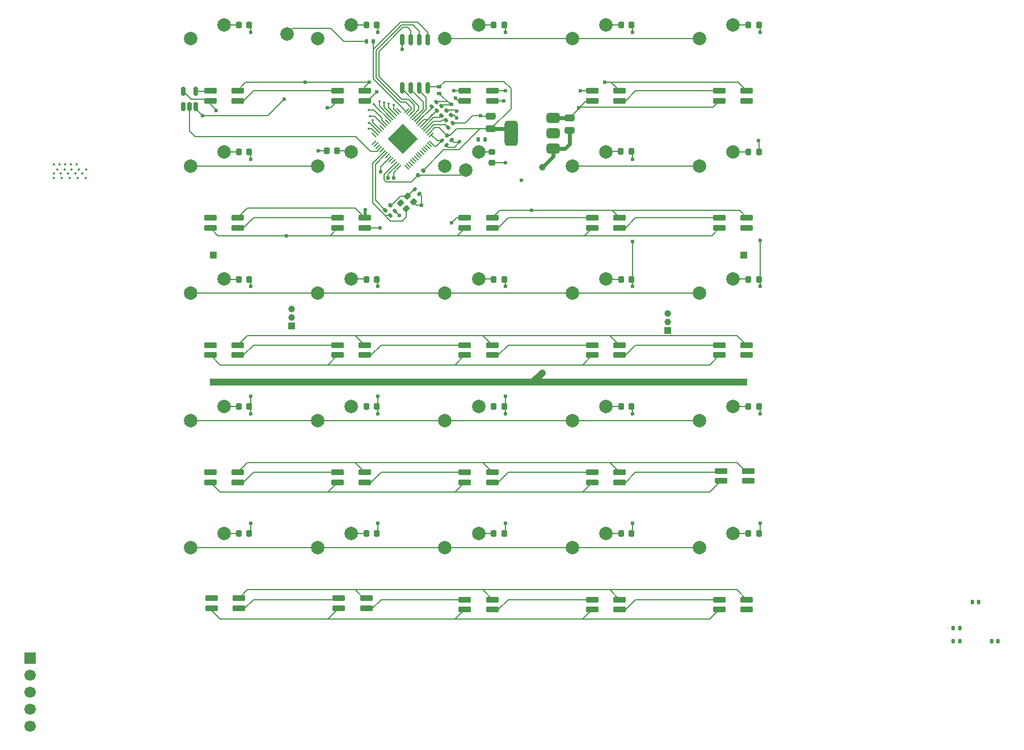
<source format=gbr>
%TF.GenerationSoftware,KiCad,Pcbnew,9.0.2*%
%TF.CreationDate,2026-01-24T20:07:03+01:00*%
%TF.ProjectId,Keymodule,4b65796d-6f64-4756-9c65-2e6b69636164,rev?*%
%TF.SameCoordinates,Original*%
%TF.FileFunction,Copper,L1,Top*%
%TF.FilePolarity,Positive*%
%FSLAX46Y46*%
G04 Gerber Fmt 4.6, Leading zero omitted, Abs format (unit mm)*
G04 Created by KiCad (PCBNEW 9.0.2) date 2026-01-24 20:07:03*
%MOMM*%
%LPD*%
G01*
G04 APERTURE LIST*
G04 Aperture macros list*
%AMRoundRect*
0 Rectangle with rounded corners*
0 $1 Rounding radius*
0 $2 $3 $4 $5 $6 $7 $8 $9 X,Y pos of 4 corners*
0 Add a 4 corners polygon primitive as box body*
4,1,4,$2,$3,$4,$5,$6,$7,$8,$9,$2,$3,0*
0 Add four circle primitives for the rounded corners*
1,1,$1+$1,$2,$3*
1,1,$1+$1,$4,$5*
1,1,$1+$1,$6,$7*
1,1,$1+$1,$8,$9*
0 Add four rect primitives between the rounded corners*
20,1,$1+$1,$2,$3,$4,$5,0*
20,1,$1+$1,$4,$5,$6,$7,0*
20,1,$1+$1,$6,$7,$8,$9,0*
20,1,$1+$1,$8,$9,$2,$3,0*%
%AMRotRect*
0 Rectangle, with rotation*
0 The origin of the aperture is its center*
0 $1 length*
0 $2 width*
0 $3 Rotation angle, in degrees counterclockwise*
0 Add horizontal line*
21,1,$1,$2,0,0,$3*%
G04 Aperture macros list end*
%TA.AperFunction,SMDPad,CuDef*%
%ADD10RoundRect,0.218750X-0.218750X-0.256250X0.218750X-0.256250X0.218750X0.256250X-0.218750X0.256250X0*%
%TD*%
%TA.AperFunction,SMDPad,CuDef*%
%ADD11RoundRect,0.123000X-0.777000X-0.287000X0.777000X-0.287000X0.777000X0.287000X-0.777000X0.287000X0*%
%TD*%
%TA.AperFunction,SMDPad,CuDef*%
%ADD12RoundRect,0.150000X0.150000X-0.512500X0.150000X0.512500X-0.150000X0.512500X-0.150000X-0.512500X0*%
%TD*%
%TA.AperFunction,SMDPad,CuDef*%
%ADD13RoundRect,0.140000X0.219203X0.021213X0.021213X0.219203X-0.219203X-0.021213X-0.021213X-0.219203X0*%
%TD*%
%TA.AperFunction,ComponentPad*%
%ADD14R,1.000000X1.000000*%
%TD*%
%TA.AperFunction,ComponentPad*%
%ADD15C,1.000000*%
%TD*%
%TA.AperFunction,SMDPad,CuDef*%
%ADD16RoundRect,0.050000X-0.309359X0.238649X0.238649X-0.309359X0.309359X-0.238649X-0.238649X0.309359X0*%
%TD*%
%TA.AperFunction,SMDPad,CuDef*%
%ADD17RoundRect,0.050000X-0.309359X-0.238649X-0.238649X-0.309359X0.309359X0.238649X0.238649X0.309359X0*%
%TD*%
%TA.AperFunction,HeatsinkPad*%
%ADD18RotRect,3.200000X3.200000X315.000000*%
%TD*%
%TA.AperFunction,SMDPad,CuDef*%
%ADD19RoundRect,0.140000X0.021213X-0.219203X0.219203X-0.021213X-0.021213X0.219203X-0.219203X0.021213X0*%
%TD*%
%TA.AperFunction,SMDPad,CuDef*%
%ADD20RoundRect,0.375000X0.625000X0.375000X-0.625000X0.375000X-0.625000X-0.375000X0.625000X-0.375000X0*%
%TD*%
%TA.AperFunction,SMDPad,CuDef*%
%ADD21RoundRect,0.500000X0.500000X1.400000X-0.500000X1.400000X-0.500000X-1.400000X0.500000X-1.400000X0*%
%TD*%
%TA.AperFunction,SMDPad,CuDef*%
%ADD22RoundRect,0.218750X-0.256250X0.218750X-0.256250X-0.218750X0.256250X-0.218750X0.256250X0.218750X0*%
%TD*%
%TA.AperFunction,SMDPad,CuDef*%
%ADD23RoundRect,0.140000X-0.021213X0.219203X-0.219203X0.021213X0.021213X-0.219203X0.219203X-0.021213X0*%
%TD*%
%TA.AperFunction,SMDPad,CuDef*%
%ADD24RoundRect,0.162500X-0.162500X0.650000X-0.162500X-0.650000X0.162500X-0.650000X0.162500X0.650000X0*%
%TD*%
%TA.AperFunction,SMDPad,CuDef*%
%ADD25RoundRect,0.135000X-0.135000X-0.185000X0.135000X-0.185000X0.135000X0.185000X-0.135000X0.185000X0*%
%TD*%
%TA.AperFunction,SMDPad,CuDef*%
%ADD26RoundRect,0.140000X-0.140000X-0.170000X0.140000X-0.170000X0.140000X0.170000X-0.140000X0.170000X0*%
%TD*%
%TA.AperFunction,SMDPad,CuDef*%
%ADD27C,2.000000*%
%TD*%
%TA.AperFunction,SMDPad,CuDef*%
%ADD28RoundRect,0.135000X0.035355X-0.226274X0.226274X-0.035355X-0.035355X0.226274X-0.226274X0.035355X0*%
%TD*%
%TA.AperFunction,SMDPad,CuDef*%
%ADD29RoundRect,0.140000X-0.219203X-0.021213X-0.021213X-0.219203X0.219203X0.021213X0.021213X0.219203X0*%
%TD*%
%TA.AperFunction,SMDPad,CuDef*%
%ADD30RoundRect,0.218750X0.218750X0.256250X-0.218750X0.256250X-0.218750X-0.256250X0.218750X-0.256250X0*%
%TD*%
%TA.AperFunction,ComponentPad*%
%ADD31R,1.700000X1.700000*%
%TD*%
%TA.AperFunction,ComponentPad*%
%ADD32C,1.700000*%
%TD*%
%TA.AperFunction,SMDPad,CuDef*%
%ADD33RoundRect,0.250000X0.475000X-0.250000X0.475000X0.250000X-0.475000X0.250000X-0.475000X-0.250000X0*%
%TD*%
%TA.AperFunction,SMDPad,CuDef*%
%ADD34RoundRect,0.200000X-0.035355X-0.318198X0.318198X0.035355X0.035355X0.318198X-0.318198X-0.035355X0*%
%TD*%
%TA.AperFunction,SMDPad,CuDef*%
%ADD35RoundRect,0.140000X0.170000X-0.140000X0.170000X0.140000X-0.170000X0.140000X-0.170000X-0.140000X0*%
%TD*%
%TA.AperFunction,SMDPad,CuDef*%
%ADD36RoundRect,0.250000X-0.475000X0.250000X-0.475000X-0.250000X0.475000X-0.250000X0.475000X0.250000X0*%
%TD*%
%TA.AperFunction,ComponentPad*%
%ADD37C,2.000000*%
%TD*%
%TA.AperFunction,ViaPad*%
%ADD38C,0.350000*%
%TD*%
%TA.AperFunction,ViaPad*%
%ADD39C,0.600000*%
%TD*%
%TA.AperFunction,ViaPad*%
%ADD40C,1.000000*%
%TD*%
%TA.AperFunction,Conductor*%
%ADD41C,0.200000*%
%TD*%
%TA.AperFunction,Conductor*%
%ADD42C,0.600000*%
%TD*%
%TA.AperFunction,Conductor*%
%ADD43C,1.000000*%
%TD*%
%TA.AperFunction,Conductor*%
%ADD44C,0.400000*%
%TD*%
G04 APERTURE END LIST*
D10*
%TO.P,D16,1,K*%
%TO.N,Net-(D16-K)*%
X102262500Y-113120000D03*
%TO.P,D16,2,A*%
%TO.N,row2*%
X103837500Y-113120000D03*
%TD*%
D11*
%TO.P,L3,1,VDD*%
%TO.N,GND*%
X102040000Y-65950000D03*
%TO.P,L3,2,DOUT*%
%TO.N,Net-(L3-DOUT)*%
X102040000Y-67450000D03*
%TO.P,L3,3,VSS*%
%TO.N,+5V*%
X97960000Y-67450000D03*
%TO.P,L3,4,DIN*%
%TO.N,Net-(L2-DOUT)*%
X97960000Y-65950000D03*
%TD*%
D10*
%TO.P,D17,1,K*%
%TO.N,Net-(D17-K)*%
X102262500Y-132120000D03*
%TO.P,D17,2,A*%
%TO.N,row2*%
X103837500Y-132120000D03*
%TD*%
D12*
%TO.P,U2,1,NC*%
%TO.N,unconnected-(U2-NC-Pad1)*%
X55900000Y-68300000D03*
%TO.P,U2,2,A*%
%TO.N,/ledDataOut*%
X56850000Y-68300000D03*
%TO.P,U2,3,GND*%
%TO.N,GND*%
X57800000Y-68300000D03*
%TO.P,U2,4,Y*%
%TO.N,WS2812bData*%
X57800000Y-66025000D03*
%TO.P,U2,5,VCC*%
%TO.N,+5V*%
X55900000Y-66025000D03*
%TD*%
D13*
%TO.P,C13,1*%
%TO.N,GND*%
X91165757Y-81393827D03*
%TO.P,C13,2*%
%TO.N,Net-(Y1-OUT)*%
X90486935Y-80715005D03*
%TD*%
D10*
%TO.P,D21,1,K*%
%TO.N,Net-(D21-K)*%
X83262500Y-113120000D03*
%TO.P,D21,2,A*%
%TO.N,row3*%
X84837500Y-113120000D03*
%TD*%
D11*
%TO.P,L11,1,VDD*%
%TO.N,GND*%
X64040000Y-103950000D03*
%TO.P,L11,2,DOUT*%
%TO.N,Net-(L11-DOUT)*%
X64040000Y-105450000D03*
%TO.P,L11,3,VSS*%
%TO.N,+5V*%
X59960000Y-105450000D03*
%TO.P,L11,4,DIN*%
%TO.N,Net-(L10-DOUT)*%
X59960000Y-103950000D03*
%TD*%
D14*
%TO.P,J3,1,Pin_1*%
%TO.N,potSig*%
X72100000Y-101100000D03*
D15*
%TO.P,J3,2,Pin_2*%
%TO.N,SDA*%
X72100000Y-99830000D03*
%TO.P,J3,3,Pin_3*%
%TO.N,SCL*%
X72100000Y-98560000D03*
%TD*%
D14*
%TO.P,J5,1,Pin_1*%
%TO.N,GND*%
X139600000Y-109500000D03*
%TD*%
D16*
%TO.P,U1,1,IOVDD*%
%TO.N,Net-(U1-ADC_AVDD)*%
X88087169Y-68885787D03*
%TO.P,U1,2,GPIO0*%
%TO.N,col0*%
X87804326Y-69168630D03*
%TO.P,U1,3,GPIO1*%
%TO.N,col1*%
X87521484Y-69451472D03*
%TO.P,U1,4,GPIO2*%
%TO.N,col2*%
X87238641Y-69734315D03*
%TO.P,U1,5,GPIO3*%
%TO.N,col3*%
X86955798Y-70017158D03*
%TO.P,U1,6,GPIO4*%
%TO.N,col4*%
X86672956Y-70300000D03*
%TO.P,U1,7,GPIO5*%
%TO.N,unconnected-(U1-GPIO5-Pad7)*%
X86390113Y-70582843D03*
%TO.P,U1,8,GPIO6*%
%TO.N,row4*%
X86107270Y-70865686D03*
%TO.P,U1,9,GPIO7*%
%TO.N,row3*%
X85824427Y-71148529D03*
%TO.P,U1,10,IOVDD*%
%TO.N,Net-(U1-ADC_AVDD)*%
X85541585Y-71431371D03*
%TO.P,U1,11,GPIO8*%
%TO.N,row2*%
X85258742Y-71714214D03*
%TO.P,U1,12,GPIO9*%
%TO.N,row1*%
X84975899Y-71997057D03*
%TO.P,U1,13,GPIO10*%
%TO.N,row0*%
X84693057Y-72279899D03*
%TO.P,U1,14,GPIO11*%
%TO.N,unconnected-(U1-GPIO11-Pad14)*%
X84410214Y-72562742D03*
D17*
%TO.P,U1,15,GPIO12*%
%TO.N,unconnected-(U1-GPIO12-Pad15)*%
X84410214Y-73747146D03*
%TO.P,U1,16,GPIO13*%
%TO.N,unconnected-(U1-GPIO13-Pad16)*%
X84693057Y-74029989D03*
%TO.P,U1,17,GPIO14*%
%TO.N,unconnected-(U1-GPIO14-Pad17)*%
X84975899Y-74312831D03*
%TO.P,U1,18,GPIO15*%
%TO.N,/ledDataOut*%
X85258742Y-74595674D03*
%TO.P,U1,19,TESTEN*%
%TO.N,GND*%
X85541585Y-74878517D03*
%TO.P,U1,20,XIN*%
%TO.N,Xin*%
X85824427Y-75161359D03*
%TO.P,U1,21,XOUT*%
%TO.N,Xout*%
X86107270Y-75444202D03*
%TO.P,U1,22,IOVDD*%
%TO.N,Net-(U1-ADC_AVDD)*%
X86390113Y-75727045D03*
%TO.P,U1,23,DVDD*%
%TO.N,+1V1*%
X86672956Y-76009888D03*
%TO.P,U1,24,SWCLK*%
%TO.N,unconnected-(U1-SWCLK-Pad24)*%
X86955798Y-76292730D03*
%TO.P,U1,25,SWD*%
%TO.N,unconnected-(U1-SWD-Pad25)*%
X87238641Y-76575573D03*
%TO.P,U1,26,RUN*%
%TO.N,/run*%
X87521484Y-76858416D03*
%TO.P,U1,27,GPIO16*%
%TO.N,SDA*%
X87804326Y-77141258D03*
%TO.P,U1,28,GPIO17*%
%TO.N,SCL*%
X88087169Y-77424101D03*
D16*
%TO.P,U1,29,GPIO18*%
%TO.N,unconnected-(U1-GPIO18-Pad29)*%
X89271573Y-77424101D03*
%TO.P,U1,30,GPIO19*%
%TO.N,unconnected-(U1-GPIO19-Pad30)*%
X89554416Y-77141258D03*
%TO.P,U1,31,GPIO20*%
%TO.N,unconnected-(U1-GPIO20-Pad31)*%
X89837258Y-76858416D03*
%TO.P,U1,32,GPIO21*%
%TO.N,unconnected-(U1-GPIO21-Pad32)*%
X90120101Y-76575573D03*
%TO.P,U1,33,IOVDD*%
%TO.N,Net-(U1-ADC_AVDD)*%
X90402944Y-76292730D03*
%TO.P,U1,34,GPIO22*%
%TO.N,unconnected-(U1-GPIO22-Pad34)*%
X90685786Y-76009888D03*
%TO.P,U1,35,GPIO23*%
%TO.N,unconnected-(U1-GPIO23-Pad35)*%
X90968629Y-75727045D03*
%TO.P,U1,36,GPIO24*%
%TO.N,unconnected-(U1-GPIO24-Pad36)*%
X91251472Y-75444202D03*
%TO.P,U1,37,GPIO25*%
%TO.N,unconnected-(U1-GPIO25-Pad37)*%
X91534315Y-75161359D03*
%TO.P,U1,38,GPIO26_ADC0*%
%TO.N,potSig*%
X91817157Y-74878517D03*
%TO.P,U1,39,GPIO27_ADC1*%
%TO.N,unconnected-(U1-GPIO27_ADC1-Pad39)*%
X92100000Y-74595674D03*
%TO.P,U1,40,GPIO28_ADC2*%
%TO.N,unconnected-(U1-GPIO28_ADC2-Pad40)*%
X92382843Y-74312831D03*
%TO.P,U1,41,GPIO29_ADC3*%
%TO.N,unconnected-(U1-GPIO29_ADC3-Pad41)*%
X92665685Y-74029989D03*
%TO.P,U1,42,IOVDD*%
%TO.N,Net-(U1-ADC_AVDD)*%
X92948528Y-73747146D03*
D17*
%TO.P,U1,43,ADC_AVDD*%
X92948528Y-72562742D03*
%TO.P,U1,44,VREG_IN*%
%TO.N,+3.3V*%
X92665685Y-72279899D03*
%TO.P,U1,45,VREG_VOUT*%
%TO.N,+1V1*%
X92382843Y-71997057D03*
%TO.P,U1,46,USB_DM*%
%TO.N,USB_D-*%
X92100000Y-71714214D03*
%TO.P,U1,47,USB_DP*%
%TO.N,USB_D+*%
X91817157Y-71431371D03*
%TO.P,U1,48,USB_VDD*%
%TO.N,Net-(U1-ADC_AVDD)*%
X91534315Y-71148529D03*
%TO.P,U1,49,IOVDD*%
X91251472Y-70865686D03*
%TO.P,U1,50,DVDD*%
%TO.N,+1V1*%
X90968629Y-70582843D03*
%TO.P,U1,51,QSPI_SD3*%
%TO.N,Net-(U1-QSPI_SD3)*%
X90685786Y-70300000D03*
%TO.P,U1,52,QSPI_SCLK*%
%TO.N,Net-(U1-QSPI_SCLK)*%
X90402944Y-70017158D03*
%TO.P,U1,53,QSPI_SD0*%
%TO.N,Net-(U1-QSPI_SD0)*%
X90120101Y-69734315D03*
%TO.P,U1,54,QSPI_SD2*%
%TO.N,Net-(U1-QSPI_SD2)*%
X89837258Y-69451472D03*
%TO.P,U1,55,QSPI_SD1*%
%TO.N,Net-(U1-QSPI_SD1)*%
X89554416Y-69168630D03*
%TO.P,U1,56,QSPI_SS*%
%TO.N,Net-(U1-QSPI_SS)*%
X89271573Y-68885787D03*
D18*
%TO.P,U1,57,GND*%
%TO.N,GND*%
X88679371Y-73154944D03*
%TD*%
D10*
%TO.P,D26,1,K*%
%TO.N,Net-(D26-K)*%
X64212500Y-113120000D03*
%TO.P,D26,2,A*%
%TO.N,row4*%
X65787500Y-113120000D03*
%TD*%
D19*
%TO.P,C11,1*%
%TO.N,+1V1*%
X93000549Y-68302396D03*
%TO.P,C11,2*%
%TO.N,GND*%
X93679371Y-67623574D03*
%TD*%
D11*
%TO.P,L19,1,VDD*%
%TO.N,GND*%
X121040000Y-122950000D03*
%TO.P,L19,2,DOUT*%
%TO.N,Net-(L19-DOUT)*%
X121040000Y-124450000D03*
%TO.P,L19,3,VSS*%
%TO.N,+5V*%
X116960000Y-124450000D03*
%TO.P,L19,4,DIN*%
%TO.N,Net-(L18-DOUT)*%
X116960000Y-122950000D03*
%TD*%
D10*
%TO.P,D13,1,K*%
%TO.N,Net-(D13-K)*%
X102262500Y-56120000D03*
%TO.P,D13,2,A*%
%TO.N,row2*%
X103837500Y-56120000D03*
%TD*%
%TO.P,D5,1,K*%
%TO.N,Net-(D5-K)*%
X140262500Y-94120000D03*
%TO.P,D5,2,A*%
%TO.N,row0*%
X141837500Y-94120000D03*
%TD*%
%TO.P,D7,1,K*%
%TO.N,Net-(D7-K)*%
X140262500Y-132120000D03*
%TO.P,D7,2,A*%
%TO.N,row0*%
X141837500Y-132120000D03*
%TD*%
D20*
%TO.P,U3,1,GND*%
%TO.N,GND*%
X111150000Y-74600000D03*
%TO.P,U3,2,VO*%
%TO.N,+3.3V*%
X111150000Y-72300000D03*
D21*
X104850000Y-72300000D03*
D20*
%TO.P,U3,3,VI*%
%TO.N,+5V*%
X111150000Y-70000000D03*
%TD*%
D11*
%TO.P,L7,1,VDD*%
%TO.N,GND*%
X83040000Y-84950000D03*
%TO.P,L7,2,DOUT*%
%TO.N,Net-(L7-DOUT)*%
X83040000Y-86450000D03*
%TO.P,L7,3,VSS*%
%TO.N,+5V*%
X78960000Y-86450000D03*
%TO.P,L7,4,DIN*%
%TO.N,Net-(L6-DOUT)*%
X78960000Y-84950000D03*
%TD*%
%TO.P,L24,1,VDD*%
%TO.N,GND*%
X121040000Y-141950000D03*
%TO.P,L24,2,DOUT*%
%TO.N,Net-(L24-DOUT)*%
X121040000Y-143450000D03*
%TO.P,L24,3,VSS*%
%TO.N,+5V*%
X116960000Y-143450000D03*
%TO.P,L24,4,DIN*%
%TO.N,Net-(L23-DOUT)*%
X116960000Y-141950000D03*
%TD*%
D10*
%TO.P,D20,1,K*%
%TO.N,Net-(D20-K)*%
X83262500Y-94120000D03*
%TO.P,D20,2,A*%
%TO.N,row3*%
X84837500Y-94120000D03*
%TD*%
D11*
%TO.P,L14,1,VDD*%
%TO.N,GND*%
X121040000Y-103950000D03*
%TO.P,L14,2,DOUT*%
%TO.N,Net-(L14-DOUT)*%
X121040000Y-105450000D03*
%TO.P,L14,3,VSS*%
%TO.N,+5V*%
X116960000Y-105450000D03*
%TO.P,L14,4,DIN*%
%TO.N,Net-(L13-DOUT)*%
X116960000Y-103950000D03*
%TD*%
%TO.P,L20,1,VDD*%
%TO.N,GND*%
X140240000Y-122750000D03*
%TO.P,L20,2,DOUT*%
%TO.N,Net-(L20-DOUT)*%
X140240000Y-124250000D03*
%TO.P,L20,3,VSS*%
%TO.N,+5V*%
X136160000Y-124250000D03*
%TO.P,L20,4,DIN*%
%TO.N,Net-(L19-DOUT)*%
X136160000Y-122750000D03*
%TD*%
D22*
%TO.P,D14,1,K*%
%TO.N,Net-(D14-K)*%
X102000000Y-75125000D03*
%TO.P,D14,2,A*%
%TO.N,row2*%
X102000000Y-76700000D03*
%TD*%
D10*
%TO.P,D3,1,K*%
%TO.N,Net-(D3-K)*%
X140262500Y-56120000D03*
%TO.P,D3,2,A*%
%TO.N,row0*%
X141837500Y-56120000D03*
%TD*%
D11*
%TO.P,L13,1,VDD*%
%TO.N,GND*%
X102040000Y-103950000D03*
%TO.P,L13,2,DOUT*%
%TO.N,Net-(L13-DOUT)*%
X102040000Y-105450000D03*
%TO.P,L13,3,VSS*%
%TO.N,+5V*%
X97960000Y-105450000D03*
%TO.P,L13,4,DIN*%
%TO.N,Net-(L12-DOUT)*%
X97960000Y-103950000D03*
%TD*%
%TO.P,L15,1,VDD*%
%TO.N,GND*%
X140040000Y-103950000D03*
%TO.P,L15,2,DOUT*%
%TO.N,Net-(L15-DOUT)*%
X140040000Y-105450000D03*
%TO.P,L15,3,VSS*%
%TO.N,+5V*%
X135960000Y-105450000D03*
%TO.P,L15,4,DIN*%
%TO.N,Net-(L14-DOUT)*%
X135960000Y-103950000D03*
%TD*%
%TO.P,L4,1,VDD*%
%TO.N,GND*%
X121040000Y-65950000D03*
%TO.P,L4,2,DOUT*%
%TO.N,Net-(L4-DOUT)*%
X121040000Y-67450000D03*
%TO.P,L4,3,VSS*%
%TO.N,+5V*%
X116960000Y-67450000D03*
%TO.P,L4,4,DIN*%
%TO.N,Net-(L3-DOUT)*%
X116960000Y-65950000D03*
%TD*%
D23*
%TO.P,C12,1*%
%TO.N,GND*%
X96179371Y-70823574D03*
%TO.P,C12,2*%
%TO.N,+1V1*%
X95500549Y-71502396D03*
%TD*%
D11*
%TO.P,L18,1,VDD*%
%TO.N,GND*%
X102040000Y-122950000D03*
%TO.P,L18,2,DOUT*%
%TO.N,Net-(L18-DOUT)*%
X102040000Y-124450000D03*
%TO.P,L18,3,VSS*%
%TO.N,+5V*%
X97960000Y-124450000D03*
%TO.P,L18,4,DIN*%
%TO.N,Net-(L17-DOUT)*%
X97960000Y-122950000D03*
%TD*%
D10*
%TO.P,D15,1,K*%
%TO.N,Net-(D15-K)*%
X102262500Y-94120000D03*
%TO.P,D15,2,A*%
%TO.N,row2*%
X103837500Y-94120000D03*
%TD*%
D14*
%TO.P,J4,1,Pin_1*%
%TO.N,+5V*%
X139600000Y-90500000D03*
%TD*%
D11*
%TO.P,L8,1,VDD*%
%TO.N,GND*%
X102040000Y-84950000D03*
%TO.P,L8,2,DOUT*%
%TO.N,Net-(L8-DOUT)*%
X102040000Y-86450000D03*
%TO.P,L8,3,VSS*%
%TO.N,+5V*%
X97960000Y-86450000D03*
%TO.P,L8,4,DIN*%
%TO.N,Net-(L7-DOUT)*%
X97960000Y-84950000D03*
%TD*%
D14*
%TO.P,J1,1,Pin_1*%
%TO.N,+5V*%
X60400000Y-90500000D03*
%TD*%
D11*
%TO.P,L17,1,VDD*%
%TO.N,GND*%
X83040000Y-122950000D03*
%TO.P,L17,2,DOUT*%
%TO.N,Net-(L17-DOUT)*%
X83040000Y-124450000D03*
%TO.P,L17,3,VSS*%
%TO.N,+5V*%
X78960000Y-124450000D03*
%TO.P,L17,4,DIN*%
%TO.N,Net-(L16-DOUT)*%
X78960000Y-122950000D03*
%TD*%
D24*
%TO.P,U4,1,~{CS}*%
%TO.N,Net-(U1-QSPI_SS)*%
X92410304Y-58338224D03*
%TO.P,U4,2,DO/IO_{1}*%
%TO.N,Net-(U1-QSPI_SD1)*%
X91140304Y-58338224D03*
%TO.P,U4,3,~{WP}/IO_{2}*%
%TO.N,Net-(U1-QSPI_SD2)*%
X89870304Y-58338224D03*
%TO.P,U4,4,GND*%
%TO.N,GND*%
X88600304Y-58338224D03*
%TO.P,U4,5,DI/IO_{0}*%
%TO.N,Net-(U1-QSPI_SD0)*%
X88600304Y-65513224D03*
%TO.P,U4,6,CLK*%
%TO.N,Net-(U1-QSPI_SCLK)*%
X89870304Y-65513224D03*
%TO.P,U4,7,~{HOLD}/~{RESET}/IO_{3}*%
%TO.N,Net-(U1-QSPI_SD3)*%
X91140304Y-65513224D03*
%TO.P,U4,8,VCC*%
%TO.N,+3.3V*%
X92410304Y-65513224D03*
%TD*%
D25*
%TO.P,R3,1*%
%TO.N,Net-(U1-QSPI_SS)*%
X99980000Y-73200000D03*
%TO.P,R3,2*%
%TO.N,+3.3V*%
X101000000Y-73200000D03*
%TD*%
D11*
%TO.P,L22,1,VDD*%
%TO.N,GND*%
X83240000Y-141750000D03*
%TO.P,L22,2,DOUT*%
%TO.N,Net-(L22-DOUT)*%
X83240000Y-143250000D03*
%TO.P,L22,3,VSS*%
%TO.N,+5V*%
X79160000Y-143250000D03*
%TO.P,L22,4,DIN*%
%TO.N,Net-(L21-DOUT)*%
X79160000Y-141750000D03*
%TD*%
D10*
%TO.P,D22,1,K*%
%TO.N,Net-(D22-K)*%
X83262500Y-132120000D03*
%TO.P,D22,2,A*%
%TO.N,row3*%
X84837500Y-132120000D03*
%TD*%
D26*
%TO.P,C8,1*%
%TO.N,Net-(U1-ADC_AVDD)*%
X173710000Y-142290000D03*
%TO.P,C8,2*%
%TO.N,GND*%
X174670000Y-142290000D03*
%TD*%
D27*
%TO.P,TP2,1,1*%
%TO.N,Net-(R2-Pad1)*%
X71400000Y-57500000D03*
%TD*%
D10*
%TO.P,D10,1,K*%
%TO.N,Net-(D10-K)*%
X121262500Y-94120000D03*
%TO.P,D10,2,A*%
%TO.N,row1*%
X122837500Y-94120000D03*
%TD*%
D28*
%TO.P,R6,1*%
%TO.N,USB_D+*%
X94458123Y-69644821D03*
%TO.P,R6,2*%
%TO.N,Net-(J11-Pin_3)*%
X95179371Y-68923573D03*
%TD*%
D10*
%TO.P,D25,1,K*%
%TO.N,Net-(D25-K)*%
X64212500Y-94120000D03*
%TO.P,D25,2,A*%
%TO.N,row4*%
X65787500Y-94120000D03*
%TD*%
D26*
%TO.P,C15,1*%
%TO.N,+5V*%
X176580000Y-148200000D03*
%TO.P,C15,2*%
%TO.N,GND*%
X177540000Y-148200000D03*
%TD*%
D10*
%TO.P,D23,1,K*%
%TO.N,Net-(D23-K)*%
X64212500Y-56120000D03*
%TO.P,D23,2,A*%
%TO.N,row4*%
X65787500Y-56120000D03*
%TD*%
D11*
%TO.P,L10,1,VDD*%
%TO.N,GND*%
X140040000Y-84950000D03*
%TO.P,L10,2,DOUT*%
%TO.N,Net-(L10-DOUT)*%
X140040000Y-86450000D03*
%TO.P,L10,3,VSS*%
%TO.N,+5V*%
X135960000Y-86450000D03*
%TO.P,L10,4,DIN*%
%TO.N,Net-(L10-DIN)*%
X135960000Y-84950000D03*
%TD*%
%TO.P,L21,1,VDD*%
%TO.N,GND*%
X64240000Y-141750000D03*
%TO.P,L21,2,DOUT*%
%TO.N,Net-(L21-DOUT)*%
X64240000Y-143250000D03*
%TO.P,L21,3,VSS*%
%TO.N,+5V*%
X60160000Y-143250000D03*
%TO.P,L21,4,DIN*%
%TO.N,Net-(L20-DOUT)*%
X60160000Y-141750000D03*
%TD*%
D10*
%TO.P,D50,1,K*%
%TO.N,Net-(D50-K)*%
X64212500Y-132120000D03*
%TO.P,D50,2,A*%
%TO.N,row4*%
X65787500Y-132120000D03*
%TD*%
%TO.P,D18,1,K*%
%TO.N,Net-(D18-K)*%
X83262500Y-56120000D03*
%TO.P,D18,2,A*%
%TO.N,row3*%
X84837500Y-56120000D03*
%TD*%
D29*
%TO.P,C4,1*%
%TO.N,Net-(U1-ADC_AVDD)*%
X94500549Y-73444752D03*
%TO.P,C4,2*%
%TO.N,GND*%
X95179371Y-74123574D03*
%TD*%
D10*
%TO.P,D11,1,K*%
%TO.N,Net-(D11-K)*%
X121262500Y-113120000D03*
%TO.P,D11,2,A*%
%TO.N,row1*%
X122837500Y-113120000D03*
%TD*%
%TO.P,D4,1,K*%
%TO.N,Net-(D4-K)*%
X140262500Y-75120000D03*
%TO.P,D4,2,A*%
%TO.N,row0*%
X141837500Y-75120000D03*
%TD*%
D11*
%TO.P,L23,1,VDD*%
%TO.N,GND*%
X102040000Y-141950000D03*
%TO.P,L23,2,DOUT*%
%TO.N,Net-(L23-DOUT)*%
X102040000Y-143450000D03*
%TO.P,L23,3,VSS*%
%TO.N,+5V*%
X97960000Y-143450000D03*
%TO.P,L23,4,DIN*%
%TO.N,Net-(L22-DOUT)*%
X97960000Y-141950000D03*
%TD*%
D29*
%TO.P,C9,1*%
%TO.N,+3.3V*%
X95300549Y-72644751D03*
%TO.P,C9,2*%
%TO.N,GND*%
X95979371Y-73323573D03*
%TD*%
D30*
%TO.P,D19,1,K*%
%TO.N,Net-(D19-K)*%
X78900000Y-74900000D03*
%TO.P,D19,2,A*%
%TO.N,row3*%
X77325000Y-74900000D03*
%TD*%
D19*
%TO.P,C5,1*%
%TO.N,Net-(U1-ADC_AVDD)*%
X93800549Y-68902396D03*
%TO.P,C5,2*%
%TO.N,GND*%
X94479371Y-68223574D03*
%TD*%
D25*
%TO.P,R2,1*%
%TO.N,Net-(R2-Pad1)*%
X83290000Y-58600000D03*
%TO.P,R2,2*%
%TO.N,Net-(U1-QSPI_SS)*%
X84310000Y-58600000D03*
%TD*%
D11*
%TO.P,L9,1,VDD*%
%TO.N,GND*%
X121040000Y-84950000D03*
%TO.P,L9,2,DOUT*%
%TO.N,Net-(L10-DIN)*%
X121040000Y-86450000D03*
%TO.P,L9,3,VSS*%
%TO.N,+5V*%
X116960000Y-86450000D03*
%TO.P,L9,4,DIN*%
%TO.N,Net-(L8-DOUT)*%
X116960000Y-84950000D03*
%TD*%
D31*
%TO.P,J11,1,Pin_1*%
%TO.N,GND*%
X33070000Y-150750000D03*
D32*
%TO.P,J11,2,Pin_2*%
%TO.N,unconnected-(J11-Pin_2-Pad2)*%
X33070000Y-153290000D03*
%TO.P,J11,3,Pin_3*%
%TO.N,Net-(J11-Pin_3)*%
X33070000Y-155830000D03*
%TO.P,J11,4,Pin_4*%
%TO.N,Net-(J11-Pin_4)*%
X33070000Y-158370000D03*
%TO.P,J11,5,Pin_5*%
%TO.N,+5V*%
X33070000Y-160910000D03*
%TD*%
D33*
%TO.P,C1,1*%
%TO.N,GND*%
X113600000Y-71900000D03*
%TO.P,C1,2*%
%TO.N,+5V*%
X113600000Y-70000000D03*
%TD*%
D28*
%TO.P,R4,1*%
%TO.N,/run*%
X91000000Y-78600000D03*
%TO.P,R4,2*%
%TO.N,+3.3V*%
X91721248Y-77878752D03*
%TD*%
D34*
%TO.P,Y1,1,~{ST}*%
%TO.N,Xin*%
X89200000Y-83600000D03*
%TO.P,Y1,2,GND*%
%TO.N,GND*%
X90260660Y-82539340D03*
%TO.P,Y1,3,OUT*%
%TO.N,Net-(Y1-OUT)*%
X89412132Y-81690812D03*
%TO.P,Y1,4,Vdd*%
%TO.N,unconnected-(Y1-Vdd-Pad4)*%
X88351472Y-82751472D03*
%TD*%
D23*
%TO.P,C14,1*%
%TO.N,GND*%
X87545370Y-83911128D03*
%TO.P,C14,2*%
%TO.N,Xin*%
X86866548Y-84589950D03*
%TD*%
D10*
%TO.P,D6,1,K*%
%TO.N,Net-(D6-K)*%
X140262500Y-113120000D03*
%TO.P,D6,2,A*%
%TO.N,row0*%
X141837500Y-113120000D03*
%TD*%
D11*
%TO.P,L6,1,VDD*%
%TO.N,GND*%
X64040000Y-84950000D03*
%TO.P,L6,2,DOUT*%
%TO.N,Net-(L6-DOUT)*%
X64040000Y-86450000D03*
%TO.P,L6,3,VSS*%
%TO.N,+5V*%
X59960000Y-86450000D03*
%TO.P,L6,4,DIN*%
%TO.N,Net-(L5-DOUT)*%
X59960000Y-84950000D03*
%TD*%
D28*
%TO.P,R5,1*%
%TO.N,Xout*%
X86088731Y-83812132D03*
%TO.P,R5,2*%
%TO.N,Net-(Y1-OUT)*%
X86809979Y-83090884D03*
%TD*%
D11*
%TO.P,L5,1,VDD*%
%TO.N,GND*%
X140040000Y-65950000D03*
%TO.P,L5,2,DOUT*%
%TO.N,Net-(L5-DOUT)*%
X140040000Y-67450000D03*
%TO.P,L5,3,VSS*%
%TO.N,+5V*%
X135960000Y-67450000D03*
%TO.P,L5,4,DIN*%
%TO.N,Net-(L4-DOUT)*%
X135960000Y-65950000D03*
%TD*%
D35*
%TO.P,C10,1*%
%TO.N,GND*%
X94150000Y-66350000D03*
%TO.P,C10,2*%
%TO.N,+3.3V*%
X94150000Y-65390000D03*
%TD*%
D26*
%TO.P,C6,1*%
%TO.N,Net-(U1-ADC_AVDD)*%
X170840000Y-146230000D03*
%TO.P,C6,2*%
%TO.N,GND*%
X171800000Y-146230000D03*
%TD*%
D36*
%TO.P,C2,1*%
%TO.N,GND*%
X101850000Y-69750000D03*
%TO.P,C2,2*%
%TO.N,+3.3V*%
X101850000Y-71650000D03*
%TD*%
D11*
%TO.P,L2,1,VDD*%
%TO.N,GND*%
X83040000Y-65950000D03*
%TO.P,L2,2,DOUT*%
%TO.N,Net-(L2-DOUT)*%
X83040000Y-67450000D03*
%TO.P,L2,3,VSS*%
%TO.N,+5V*%
X78960000Y-67450000D03*
%TO.P,L2,4,DIN*%
%TO.N,Net-(L1-DOUT)*%
X78960000Y-65950000D03*
%TD*%
D10*
%TO.P,D12,1,K*%
%TO.N,Net-(D12-K)*%
X121262500Y-132120000D03*
%TO.P,D12,2,A*%
%TO.N,row1*%
X122837500Y-132120000D03*
%TD*%
%TO.P,D9,1,K*%
%TO.N,Net-(D9-K)*%
X121200000Y-75000000D03*
%TO.P,D9,2,A*%
%TO.N,row1*%
X122775000Y-75000000D03*
%TD*%
%TO.P,D8,1,K*%
%TO.N,Net-(D8-K)*%
X121262500Y-56120000D03*
%TO.P,D8,2,A*%
%TO.N,row1*%
X122837500Y-56120000D03*
%TD*%
D28*
%TO.P,R7,1*%
%TO.N,USB_D-*%
X95158123Y-70323574D03*
%TO.P,R7,2*%
%TO.N,Net-(J11-Pin_4)*%
X95879371Y-69602326D03*
%TD*%
D11*
%TO.P,L12,1,VDD*%
%TO.N,GND*%
X83040000Y-103950000D03*
%TO.P,L12,2,DOUT*%
%TO.N,Net-(L12-DOUT)*%
X83040000Y-105450000D03*
%TO.P,L12,3,VSS*%
%TO.N,+5V*%
X78960000Y-105450000D03*
%TO.P,L12,4,DIN*%
%TO.N,Net-(L11-DOUT)*%
X78960000Y-103950000D03*
%TD*%
D10*
%TO.P,D24,1,K*%
%TO.N,Net-(D24-K)*%
X64212500Y-75120000D03*
%TO.P,D24,2,A*%
%TO.N,row4*%
X65787500Y-75120000D03*
%TD*%
D26*
%TO.P,C7,1*%
%TO.N,Net-(U1-ADC_AVDD)*%
X170840000Y-148200000D03*
%TO.P,C7,2*%
%TO.N,GND*%
X171800000Y-148200000D03*
%TD*%
D11*
%TO.P,L1,1,VDD*%
%TO.N,GND*%
X64040000Y-65950000D03*
%TO.P,L1,2,DOUT*%
%TO.N,Net-(L1-DOUT)*%
X64040000Y-67450000D03*
%TO.P,L1,3,VSS*%
%TO.N,+5V*%
X59960000Y-67450000D03*
%TO.P,L1,4,DIN*%
%TO.N,WS2812bData*%
X59960000Y-65950000D03*
%TD*%
%TO.P,L16,1,VDD*%
%TO.N,GND*%
X64040000Y-122950000D03*
%TO.P,L16,2,DOUT*%
%TO.N,Net-(L16-DOUT)*%
X64040000Y-124450000D03*
%TO.P,L16,3,VSS*%
%TO.N,+5V*%
X59960000Y-124450000D03*
%TO.P,L16,4,DIN*%
%TO.N,Net-(L15-DOUT)*%
X59960000Y-122950000D03*
%TD*%
D27*
%TO.P,TP1,1,1*%
%TO.N,/run*%
X98100000Y-77800000D03*
%TD*%
D11*
%TO.P,L25,1,VDD*%
%TO.N,GND*%
X140040000Y-141950000D03*
%TO.P,L25,2,DOUT*%
%TO.N,unconnected-(L25-DOUT-Pad2)*%
X140040000Y-143450000D03*
%TO.P,L25,3,VSS*%
%TO.N,+5V*%
X135960000Y-143450000D03*
%TO.P,L25,4,DIN*%
%TO.N,Net-(L24-DOUT)*%
X135960000Y-141950000D03*
%TD*%
D14*
%TO.P,J2,1,Pin_1*%
%TO.N,GND*%
X60400000Y-109500000D03*
%TD*%
D37*
%TO.P,M_SW18,1*%
%TO.N,Net-(D20-K)*%
X81000000Y-94100000D03*
%TO.P,M_SW18,2*%
%TO.N,col2*%
X76000000Y-96200000D03*
%TD*%
%TO.P,M_SW2,1*%
%TO.N,Net-(D4-K)*%
X138000000Y-75100000D03*
%TO.P,M_SW2,2*%
%TO.N,col1*%
X133000000Y-77200000D03*
%TD*%
%TO.P,M_SW21,1*%
%TO.N,Net-(D23-K)*%
X62000000Y-56100000D03*
%TO.P,M_SW21,2*%
%TO.N,col0*%
X57000000Y-58200000D03*
%TD*%
%TO.P,M_SW20,1*%
%TO.N,Net-(D22-K)*%
X81000000Y-132100000D03*
%TO.P,M_SW20,2*%
%TO.N,col4*%
X76000000Y-134200000D03*
%TD*%
%TO.P,M_SW9,1*%
%TO.N,Net-(D11-K)*%
X119000000Y-113100000D03*
%TO.P,M_SW9,2*%
%TO.N,col3*%
X114000000Y-115200000D03*
%TD*%
%TO.P,M_SW6,1*%
%TO.N,Net-(D8-K)*%
X119000000Y-56100000D03*
%TO.P,M_SW6,2*%
%TO.N,col0*%
X114000000Y-58200000D03*
%TD*%
%TO.P,M_SW5,1*%
%TO.N,Net-(D7-K)*%
X138000000Y-132100000D03*
%TO.P,M_SW5,2*%
%TO.N,col4*%
X133000000Y-134200000D03*
%TD*%
%TO.P,M_SW19,1*%
%TO.N,Net-(D21-K)*%
X81000000Y-113100000D03*
%TO.P,M_SW19,2*%
%TO.N,col3*%
X76000000Y-115200000D03*
%TD*%
%TO.P,M_SW8,1*%
%TO.N,Net-(D10-K)*%
X119000000Y-94100000D03*
%TO.P,M_SW8,2*%
%TO.N,col2*%
X114000000Y-96200000D03*
%TD*%
%TO.P,M_SW12,1*%
%TO.N,Net-(D14-K)*%
X100000000Y-75100000D03*
%TO.P,M_SW12,2*%
%TO.N,col1*%
X95000000Y-77200000D03*
%TD*%
%TO.P,M_SW23,1*%
%TO.N,Net-(D25-K)*%
X62000000Y-94100000D03*
%TO.P,M_SW23,2*%
%TO.N,col2*%
X57000000Y-96200000D03*
%TD*%
%TO.P,M_SW11,1*%
%TO.N,Net-(D13-K)*%
X100000000Y-56100000D03*
%TO.P,M_SW11,2*%
%TO.N,col0*%
X95000000Y-58200000D03*
%TD*%
%TO.P,M_SW16,1*%
%TO.N,Net-(D18-K)*%
X81000000Y-56100000D03*
%TO.P,M_SW16,2*%
%TO.N,col0*%
X76000000Y-58200000D03*
%TD*%
%TO.P,M_SW7,1*%
%TO.N,Net-(D9-K)*%
X119000000Y-75100000D03*
%TO.P,M_SW7,2*%
%TO.N,col1*%
X114000000Y-77200000D03*
%TD*%
%TO.P,M_SW3,1*%
%TO.N,Net-(D5-K)*%
X138000000Y-94100000D03*
%TO.P,M_SW3,2*%
%TO.N,col2*%
X133000000Y-96200000D03*
%TD*%
%TO.P,M_SW24,1*%
%TO.N,Net-(D26-K)*%
X62000000Y-113100000D03*
%TO.P,M_SW24,2*%
%TO.N,col3*%
X57000000Y-115200000D03*
%TD*%
%TO.P,M_SW14,1*%
%TO.N,Net-(D16-K)*%
X100000000Y-113100000D03*
%TO.P,M_SW14,2*%
%TO.N,col3*%
X95000000Y-115200000D03*
%TD*%
D14*
%TO.P,J6,1,Pin_1*%
%TO.N,potSig*%
X128200000Y-101740000D03*
D15*
%TO.P,J6,2,Pin_2*%
%TO.N,SDA*%
X128200000Y-100470000D03*
%TO.P,J6,3,Pin_3*%
%TO.N,SCL*%
X128200000Y-99200000D03*
%TD*%
D37*
%TO.P,M_SW25,1*%
%TO.N,Net-(D50-K)*%
X62000000Y-132100000D03*
%TO.P,M_SW25,2*%
%TO.N,col4*%
X57000000Y-134200000D03*
%TD*%
%TO.P,M_SW15,1*%
%TO.N,Net-(D17-K)*%
X100000000Y-132100000D03*
%TO.P,M_SW15,2*%
%TO.N,col4*%
X95000000Y-134200000D03*
%TD*%
%TO.P,M_SW4,1*%
%TO.N,Net-(D6-K)*%
X138000000Y-113100000D03*
%TO.P,M_SW4,2*%
%TO.N,col3*%
X133000000Y-115200000D03*
%TD*%
%TO.P,M_SW13,1*%
%TO.N,Net-(D15-K)*%
X100000000Y-94100000D03*
%TO.P,M_SW13,2*%
%TO.N,col2*%
X95000000Y-96200000D03*
%TD*%
%TO.P,M_SW1,1*%
%TO.N,Net-(D3-K)*%
X138000000Y-56100000D03*
%TO.P,M_SW1,2*%
%TO.N,col0*%
X133000000Y-58200000D03*
%TD*%
%TO.P,M_SW10,1*%
%TO.N,Net-(D12-K)*%
X119000000Y-132100000D03*
%TO.P,M_SW10,2*%
%TO.N,col4*%
X114000000Y-134200000D03*
%TD*%
%TO.P,M_SW17,1*%
%TO.N,Net-(D19-K)*%
X81000000Y-75100000D03*
%TO.P,M_SW17,2*%
%TO.N,col1*%
X76000000Y-77200000D03*
%TD*%
%TO.P,M_SW22,1*%
%TO.N,Net-(D24-K)*%
X62000000Y-75100000D03*
%TO.P,M_SW22,2*%
%TO.N,col1*%
X57000000Y-77200000D03*
%TD*%
D38*
%TO.N,*%
X40200000Y-79000000D03*
X40350000Y-77750000D03*
X39280000Y-77750000D03*
X37140000Y-77750000D03*
X38210000Y-77750000D03*
X40000000Y-77000000D03*
X41400000Y-79000000D03*
X36600000Y-77000000D03*
X39150000Y-77000000D03*
X37800000Y-79000000D03*
X36600000Y-78300000D03*
X41420000Y-77750000D03*
X39000000Y-79000000D03*
X38740000Y-78300000D03*
X40880000Y-78300000D03*
X36600000Y-79000000D03*
X39810000Y-78300000D03*
X37450000Y-77000000D03*
X38300000Y-77000000D03*
X37670000Y-78300000D03*
D39*
%TO.N,+5V*%
X114900000Y-68500000D03*
X96600000Y-67100000D03*
X77400000Y-68501000D03*
X71300000Y-87600000D03*
X60800000Y-68900000D03*
%TO.N,GND*%
X104000000Y-66000000D03*
X71000000Y-67200000D03*
X91464156Y-83034315D03*
X74100000Y-64700000D03*
X107900000Y-83800000D03*
D40*
X109500000Y-108100000D03*
D39*
X83700000Y-64700000D03*
D40*
X109500000Y-77400000D03*
D39*
X83100000Y-83700000D03*
X118800000Y-64700000D03*
X88211465Y-84589950D03*
X100300000Y-69700000D03*
X88600000Y-59800000D03*
X58800000Y-69700000D03*
X97200000Y-73600000D03*
X96000000Y-68000000D03*
%TO.N,+1V1*%
X85400000Y-78042422D03*
%TO.N,row0*%
X142000000Y-130600000D03*
X142000000Y-57200000D03*
X142000000Y-88300000D03*
X142000000Y-114200000D03*
X142000000Y-95200000D03*
D38*
X83575000Y-71600000D03*
D39*
X141800000Y-73400000D03*
%TO.N,row1*%
X106400000Y-79300000D03*
D38*
X83594742Y-70819742D03*
D39*
X123000000Y-95200000D03*
X123000000Y-76200000D03*
X123000000Y-57200000D03*
X123000000Y-130600000D03*
X123000000Y-114200000D03*
X123000000Y-88500000D03*
D38*
%TO.N,row2*%
X84226000Y-70400000D03*
D39*
X104000000Y-111600000D03*
X104000000Y-76700000D03*
X104000000Y-95200000D03*
X104000000Y-114200000D03*
X104000000Y-57200000D03*
X104000000Y-130600000D03*
%TO.N,row3*%
X85000000Y-114200000D03*
X76100000Y-74900000D03*
X85000000Y-130600000D03*
X85000000Y-111600000D03*
D38*
X83800000Y-69800000D03*
D39*
X85000000Y-95200000D03*
X85000000Y-57200000D03*
%TO.N,row4*%
X66000000Y-57200000D03*
X66000000Y-95200000D03*
X66000000Y-76200000D03*
X66000000Y-114200000D03*
X66000000Y-130600000D03*
X66000000Y-111600000D03*
D38*
X83600000Y-68800000D03*
D39*
%TO.N,Net-(J11-Pin_3)*%
X96700000Y-69000000D03*
%TO.N,Net-(J11-Pin_4)*%
X96700000Y-70000000D03*
%TO.N,SCL*%
X87300000Y-79000000D03*
%TO.N,SDA*%
X86500000Y-79000000D03*
%TO.N,Net-(L2-DOUT)*%
X84800000Y-66100000D03*
X96300000Y-66000000D03*
%TO.N,Net-(L3-DOUT)*%
X103800000Y-67500000D03*
X115200000Y-65950000D03*
%TO.N,Net-(L7-DOUT)*%
X85301000Y-86450000D03*
X96000000Y-85700000D03*
D38*
%TO.N,col0*%
X87300000Y-68100000D03*
%TO.N,col1*%
X86600000Y-67900000D03*
%TO.N,col2*%
X85900000Y-67700000D03*
%TO.N,col3*%
X85200000Y-67600000D03*
%TO.N,col4*%
X84400000Y-68000000D03*
%TD*%
D41*
%TO.N,+5V*%
X114900000Y-68700000D02*
X113600000Y-70000000D01*
X59710000Y-67200000D02*
X57075000Y-67200000D01*
X134510000Y-125900000D02*
X134400000Y-125900000D01*
X77910000Y-68500000D02*
X78960000Y-67450000D01*
X134510000Y-144900000D02*
X134400000Y-144900000D01*
X134810000Y-87600000D02*
X135960000Y-86450000D01*
X77900000Y-87510000D02*
X77900000Y-87600000D01*
X77300000Y-106900000D02*
X95900000Y-106900000D01*
X59960000Y-143450000D02*
X61410000Y-144900000D01*
X96510000Y-144900000D02*
X95900000Y-144900000D01*
X78960000Y-105450000D02*
X77510000Y-106900000D01*
X97960000Y-86450000D02*
X97305000Y-87105000D01*
X68600000Y-125900000D02*
X77300000Y-125900000D01*
X95900000Y-106900000D02*
X115100000Y-106900000D01*
X115510000Y-106900000D02*
X115100000Y-106900000D01*
X61110000Y-87600000D02*
X70700000Y-87600000D01*
X135960000Y-105450000D02*
X134510000Y-106900000D01*
X78960000Y-143450000D02*
X77510000Y-144900000D01*
X77300000Y-125900000D02*
X95900000Y-125900000D01*
X77510000Y-106900000D02*
X77300000Y-106900000D01*
X116050000Y-67450000D02*
X116960000Y-67450000D01*
X97960000Y-105450000D02*
X96510000Y-106900000D01*
X57075000Y-67200000D02*
X55900000Y-66025000D01*
X115100000Y-68400000D02*
X116050000Y-67450000D01*
X78960000Y-124450000D02*
X77510000Y-125900000D01*
X95900000Y-144900000D02*
X115100000Y-144900000D01*
X59960000Y-86450000D02*
X61110000Y-87600000D01*
X59960000Y-105450000D02*
X61410000Y-106900000D01*
X115510000Y-125900000D02*
X115100000Y-125900000D01*
X116960000Y-86450000D02*
X115810000Y-87600000D01*
X60800000Y-68900000D02*
X60800000Y-68850000D01*
X77401000Y-68500000D02*
X77910000Y-68500000D01*
X134600000Y-87600000D02*
X134810000Y-87600000D01*
X68600000Y-106900000D02*
X77300000Y-106900000D01*
X59960000Y-124450000D02*
X61410000Y-125900000D01*
X71300000Y-87600000D02*
X70700000Y-87600000D01*
X116960000Y-105450000D02*
X115510000Y-106900000D01*
X113600000Y-70000000D02*
X113800000Y-70000000D01*
X61410000Y-144900000D02*
X68600000Y-144900000D01*
X97960000Y-143450000D02*
X96510000Y-144900000D01*
X77400000Y-68501000D02*
X77401000Y-68500000D01*
X96810000Y-87600000D02*
X97305000Y-87105000D01*
X77300000Y-144900000D02*
X95900000Y-144900000D01*
X115810000Y-87600000D02*
X115800000Y-87600000D01*
X115000000Y-68400000D02*
X115100000Y-68400000D01*
X60800000Y-68850000D02*
X59960000Y-68010000D01*
X59960000Y-68010000D02*
X59960000Y-67450000D01*
X96810000Y-87600000D02*
X134800000Y-87600000D01*
X115510000Y-144900000D02*
X115100000Y-144900000D01*
X61410000Y-125900000D02*
X68600000Y-125900000D01*
X134510000Y-106900000D02*
X134400000Y-106900000D01*
X115100000Y-106900000D02*
X134400000Y-106900000D01*
X96510000Y-106900000D02*
X95900000Y-106900000D01*
X97960000Y-124450000D02*
X96510000Y-125900000D01*
X96510000Y-125900000D02*
X95900000Y-125900000D01*
X115100000Y-144900000D02*
X134400000Y-144900000D01*
X135960000Y-143450000D02*
X134510000Y-144900000D01*
X77510000Y-144900000D02*
X77300000Y-144900000D01*
X78960000Y-86450000D02*
X77900000Y-87510000D01*
X135960000Y-124450000D02*
X134510000Y-125900000D01*
X77510000Y-125900000D02*
X77300000Y-125900000D01*
X96600000Y-67100000D02*
X96950000Y-67450000D01*
X96950000Y-67450000D02*
X97960000Y-67450000D01*
X114900000Y-68500000D02*
X114900000Y-68700000D01*
X68600000Y-144900000D02*
X77300000Y-144900000D01*
X61410000Y-106900000D02*
X68600000Y-106900000D01*
X70700000Y-87600000D02*
X96810000Y-87600000D01*
D42*
X111150000Y-70000000D02*
X113600000Y-70000000D01*
D41*
X115100000Y-125900000D02*
X134400000Y-125900000D01*
X59960000Y-67450000D02*
X59710000Y-67200000D01*
X95900000Y-125900000D02*
X115100000Y-125900000D01*
X115000000Y-68400000D02*
X135010000Y-68400000D01*
X135010000Y-68400000D02*
X135960000Y-67450000D01*
X114900000Y-68500000D02*
X115000000Y-68400000D01*
X116960000Y-124450000D02*
X115510000Y-125900000D01*
X116960000Y-143450000D02*
X115510000Y-144900000D01*
%TO.N,GND*%
X74100000Y-64700000D02*
X65290000Y-64700000D01*
D43*
X109500000Y-108100000D02*
X108100000Y-109500000D01*
D41*
X64040000Y-84950000D02*
X65483839Y-83506161D01*
X119595000Y-64700000D02*
X119600000Y-64705000D01*
X97200000Y-73600000D02*
X96400000Y-74400000D01*
D43*
X109500000Y-109500000D02*
X139551208Y-109500000D01*
X60500000Y-109500000D02*
X107700000Y-109500000D01*
D41*
X102040000Y-122950000D02*
X100590000Y-121500000D01*
X118800000Y-64700000D02*
X119595000Y-64700000D01*
X94150000Y-66350000D02*
X95800000Y-68000000D01*
X93702945Y-67600000D02*
X93679371Y-67623574D01*
X119600000Y-64705000D02*
X138795000Y-64705000D01*
X97155798Y-73644202D02*
X96300000Y-73644202D01*
X91165757Y-81393827D02*
X91464156Y-81692226D01*
X119600000Y-64705000D02*
X119795000Y-64705000D01*
X104000000Y-66000000D02*
X103950000Y-65950000D01*
X83700000Y-64700000D02*
X74100000Y-64700000D01*
X138945000Y-83855000D02*
X119400000Y-83855000D01*
X81596161Y-83506161D02*
X83040000Y-84950000D01*
X93679371Y-67723574D02*
X93679371Y-67700000D01*
X83040000Y-141950000D02*
X81590000Y-140500000D01*
X138590000Y-102500000D02*
X140040000Y-103950000D01*
X65483839Y-83506161D02*
X81596161Y-83506161D01*
X83040000Y-122950000D02*
X81590000Y-121500000D01*
X102040000Y-122950000D02*
X100590000Y-121500000D01*
X88600000Y-58338528D02*
X88600304Y-58338224D01*
X95400000Y-67600000D02*
X93702945Y-67600000D01*
X121040000Y-122950000D02*
X119590000Y-121500000D01*
X68500000Y-69700000D02*
X71000000Y-67200000D01*
X95455797Y-74400000D02*
X95179371Y-74123574D01*
X88600000Y-59800000D02*
X88600000Y-58338528D01*
D43*
X107700000Y-109500000D02*
X109500000Y-109500000D01*
D41*
X138590000Y-121500000D02*
X140040000Y-122950000D01*
X103200000Y-83800000D02*
X107900000Y-83800000D01*
X83040000Y-103950000D02*
X81590000Y-102500000D01*
X83040000Y-83760000D02*
X83100000Y-83700000D01*
X65483839Y-140506161D02*
X138583839Y-140506161D01*
X64040000Y-141950000D02*
X65483839Y-140506161D01*
X102040000Y-103950000D02*
X100590000Y-102500000D01*
X64040000Y-122950000D02*
X65483839Y-121506161D01*
X90260660Y-82539340D02*
X90755635Y-83034315D01*
D42*
X109500000Y-77400000D02*
X111150000Y-75750000D01*
D41*
X96000000Y-68000000D02*
X95900000Y-68100000D01*
X96300000Y-73644202D02*
X95979371Y-73323573D01*
X138590000Y-121500000D02*
X140040000Y-122950000D01*
X121040000Y-103950000D02*
X119590000Y-102500000D01*
X138590000Y-102500000D02*
X140040000Y-103950000D01*
X97976426Y-70823574D02*
X99100000Y-69700000D01*
X119400000Y-83855000D02*
X107955000Y-83855000D01*
X138945000Y-83855000D02*
X140040000Y-84950000D01*
D42*
X111150000Y-74600000D02*
X112900000Y-74600000D01*
X112900000Y-74600000D02*
X113600000Y-73900000D01*
D41*
X138590000Y-140500000D02*
X140040000Y-141950000D01*
X138795000Y-64705000D02*
X138845000Y-64755000D01*
X96400000Y-74400000D02*
X95455797Y-74400000D01*
X58800000Y-69700000D02*
X68500000Y-69700000D01*
X103190000Y-83800000D02*
X103200000Y-83800000D01*
X88211465Y-84577222D02*
X88211465Y-84589950D01*
X65483839Y-102506161D02*
X138583839Y-102506161D01*
X97200000Y-73600000D02*
X97155798Y-73644202D01*
X102040000Y-141950000D02*
X100590000Y-140500000D01*
X99100000Y-69700000D02*
X100300000Y-69700000D01*
X83040000Y-103950000D02*
X81590000Y-102500000D01*
X102040000Y-103950000D02*
X100590000Y-102500000D01*
X138845000Y-64755000D02*
X140040000Y-65950000D01*
X65483839Y-121506161D02*
X138583839Y-121506161D01*
X121040000Y-84950000D02*
X119945000Y-83855000D01*
X121040000Y-103950000D02*
X119590000Y-102500000D01*
D42*
X111150000Y-75750000D02*
X111150000Y-74600000D01*
D41*
X94602945Y-68100000D02*
X94479371Y-68223574D01*
X96179371Y-70823574D02*
X97976426Y-70823574D01*
X90755635Y-83034315D02*
X91464156Y-83034315D01*
X95900000Y-68100000D02*
X94602945Y-68100000D01*
X108100000Y-109500000D02*
X107700000Y-109500000D01*
X107955000Y-83855000D02*
X107900000Y-83800000D01*
X103950000Y-65950000D02*
X102040000Y-65950000D01*
X65483839Y-102506161D02*
X138583839Y-102506161D01*
X91464156Y-81692226D02*
X91464156Y-83034315D01*
X83040000Y-65360000D02*
X83040000Y-65950000D01*
X121040000Y-141950000D02*
X119590000Y-140500000D01*
X95800000Y-68000000D02*
X96000000Y-68000000D01*
X57800000Y-68700000D02*
X57800000Y-68300000D01*
X65483839Y-121506161D02*
X138583839Y-121506161D01*
X58800000Y-69700000D02*
X57800000Y-68700000D01*
X101850000Y-69750000D02*
X100350000Y-69750000D01*
X65290000Y-64700000D02*
X65195000Y-64795000D01*
X64040000Y-122950000D02*
X65483839Y-121506161D01*
X83040000Y-122950000D02*
X81590000Y-121500000D01*
X64040000Y-103950000D02*
X65483839Y-102506161D01*
X83700000Y-64700000D02*
X83040000Y-65360000D01*
D44*
X83040000Y-84950000D02*
X83040000Y-83760000D01*
D41*
X64040000Y-65950000D02*
X65195000Y-64795000D01*
X102040000Y-84950000D02*
X103190000Y-83800000D01*
X87545370Y-83911127D02*
X88211465Y-84577222D01*
X121040000Y-65950000D02*
X119795000Y-64705000D01*
X64040000Y-103950000D02*
X65483839Y-102506161D01*
X121040000Y-122950000D02*
X119590000Y-121500000D01*
X100350000Y-69750000D02*
X100300000Y-69700000D01*
D42*
X113600000Y-73900000D02*
X113600000Y-71900000D01*
D41*
%TO.N,+3.3V*%
X94137050Y-71481252D02*
X93464331Y-71481252D01*
X94940000Y-64600000D02*
X94150000Y-65390000D01*
X94140000Y-65400000D02*
X92523528Y-65400000D01*
X104200000Y-71650000D02*
X104850000Y-72300000D01*
D42*
X101850000Y-71650000D02*
X104200000Y-71650000D01*
D41*
X96750000Y-71650000D02*
X95755249Y-72644751D01*
X92665685Y-72279900D02*
X92926024Y-72019561D01*
X94150000Y-65390000D02*
X94140000Y-65400000D01*
X104850000Y-65650000D02*
X103800000Y-64600000D01*
X95755249Y-72644751D02*
X95300549Y-72644751D01*
X100189660Y-71650000D02*
X101850000Y-71650000D01*
X104850000Y-68650000D02*
X104850000Y-65650000D01*
X101850000Y-71650000D02*
X96750000Y-71650000D01*
X91721248Y-77878752D02*
X94799000Y-74801000D01*
X101850000Y-71650000D02*
X104850000Y-68650000D01*
X92523528Y-65400000D02*
X92410304Y-65513224D01*
X94799000Y-74801000D02*
X97038660Y-74801000D01*
X93464331Y-71481252D02*
X92665685Y-72279899D01*
X103800000Y-64600000D02*
X94940000Y-64600000D01*
X95300549Y-72644751D02*
X94137050Y-71481252D01*
X97038660Y-74801000D02*
X100189660Y-71650000D01*
%TO.N,Net-(U1-ADC_AVDD)*%
X91534315Y-71148530D02*
X93780448Y-68902396D01*
X93780448Y-68902396D02*
X93800549Y-68902396D01*
X93800549Y-68902396D02*
X93155064Y-69547881D01*
X94500549Y-73444751D02*
X93721727Y-74223574D01*
X91831394Y-70291422D02*
X91257130Y-70865686D01*
X93133548Y-69547881D02*
X92390007Y-70291422D01*
X93830537Y-73444751D02*
X94500549Y-73444751D01*
X93155064Y-69547881D02*
X93133548Y-69547881D01*
X93721727Y-74223574D02*
X93424955Y-74223574D01*
X92390007Y-70291422D02*
X91831394Y-70291422D01*
X92948528Y-72562742D02*
X93830537Y-73444751D01*
X91257130Y-70865686D02*
X91251472Y-70865686D01*
X93424955Y-74223574D02*
X92948528Y-73747146D01*
%TO.N,+1V1*%
X95500549Y-71502396D02*
X95078404Y-71080252D01*
X95078404Y-71080252D02*
X93299648Y-71080252D01*
X86672956Y-76009888D02*
X85400000Y-77282844D01*
X85400000Y-77282844D02*
X85400000Y-78042422D01*
X93000549Y-68402395D02*
X93000549Y-68556581D01*
X93000549Y-68402396D02*
X93000549Y-68555167D01*
X91091030Y-70464686D02*
X91088200Y-70464686D01*
X93299648Y-71080252D02*
X92382843Y-71997057D01*
X93000549Y-68555167D02*
X91091030Y-70464686D01*
%TO.N,Net-(Y1-OUT)*%
X90387940Y-80715005D02*
X90486934Y-80715005D01*
X86827276Y-83215008D02*
X86702392Y-83215008D01*
X88351472Y-81690812D02*
X86827276Y-83215008D01*
X89412132Y-81690812D02*
X88351472Y-81690812D01*
X89412132Y-81690812D02*
X90387940Y-80715005D01*
%TO.N,Xin*%
X86059031Y-84589950D02*
X85584540Y-84115460D01*
X85584540Y-84115460D02*
X84198000Y-82728919D01*
X89200000Y-83600000D02*
X89200000Y-84800000D01*
X84198000Y-76787786D02*
X85824427Y-75161359D01*
X88600000Y-85400000D02*
X86869080Y-85400000D01*
X86866548Y-84589950D02*
X86059031Y-84589950D01*
X86869080Y-85400000D02*
X85584540Y-84115460D01*
X89200000Y-84800000D02*
X88600000Y-85400000D01*
X84198000Y-82728919D02*
X84198000Y-76787786D01*
%TO.N,Net-(D3-K)*%
X138020000Y-56120000D02*
X138000000Y-56100000D01*
X140262500Y-56120000D02*
X138020000Y-56120000D01*
%TO.N,row0*%
X142000000Y-94270000D02*
X142000000Y-94900000D01*
X142000000Y-74970000D02*
X141850000Y-75120000D01*
X141850000Y-94120000D02*
X142000000Y-94270000D01*
X142000000Y-112970000D02*
X141850000Y-113120000D01*
X141800000Y-73400000D02*
X141800000Y-73525000D01*
X141850000Y-113120000D02*
X142000000Y-113270000D01*
X141837500Y-73562500D02*
X141837500Y-75120000D01*
X83575000Y-71600000D02*
X84011742Y-71600000D01*
X141850000Y-56120000D02*
X142000000Y-56270000D01*
X142000000Y-88300000D02*
X142000000Y-93970000D01*
X142000000Y-56270000D02*
X142000000Y-56900000D01*
X141850000Y-75120000D02*
X142000000Y-75270000D01*
X142000000Y-113270000D02*
X142000000Y-113900000D01*
X84011742Y-71600000D02*
X84692349Y-72280607D01*
X141800000Y-73525000D02*
X141837500Y-73562500D01*
X142000000Y-130600000D02*
X142000000Y-131970000D01*
X142000000Y-93970000D02*
X141850000Y-94120000D01*
X142000000Y-131970000D02*
X141850000Y-132120000D01*
%TO.N,Net-(D4-K)*%
X138050000Y-75100000D02*
X140305000Y-75100000D01*
X138000000Y-75100000D02*
X140242500Y-75100000D01*
X140242500Y-75100000D02*
X140262500Y-75120000D01*
%TO.N,Net-(D5-K)*%
X140242500Y-94100000D02*
X140262500Y-94120000D01*
X138050000Y-94100000D02*
X140305000Y-94100000D01*
X138000000Y-94100000D02*
X140242500Y-94100000D01*
%TO.N,Net-(D6-K)*%
X138050000Y-113100000D02*
X140305000Y-113100000D01*
%TO.N,Net-(D7-K)*%
X138000000Y-132100000D02*
X140242500Y-132100000D01*
X138050000Y-132100000D02*
X140305000Y-132100000D01*
X140242500Y-132100000D02*
X140262500Y-132120000D01*
%TO.N,row1*%
X122850000Y-94120000D02*
X123000000Y-94270000D01*
X123000000Y-113270000D02*
X123000000Y-113900000D01*
X83798584Y-70819742D02*
X84975899Y-71997057D01*
X123000000Y-94270000D02*
X123000000Y-94900000D01*
X83594742Y-70819742D02*
X83798584Y-70819742D01*
X122850000Y-75120000D02*
X123000000Y-75270000D01*
X123000000Y-76200000D02*
X123000000Y-75225000D01*
X122850000Y-56120000D02*
X123000000Y-56270000D01*
X123000000Y-56270000D02*
X123000000Y-56900000D01*
X123000000Y-74970000D02*
X122850000Y-75120000D01*
X123000000Y-88500000D02*
X123000000Y-93970000D01*
X122850000Y-113120000D02*
X123000000Y-113270000D01*
X123000000Y-130600000D02*
X123000000Y-131970000D01*
X123000000Y-112970000D02*
X122850000Y-113120000D01*
X123000000Y-93970000D02*
X122850000Y-94120000D01*
X123000000Y-75225000D02*
X122775000Y-75000000D01*
X123000000Y-131970000D02*
X122850000Y-132120000D01*
%TO.N,Net-(D8-K)*%
X121262500Y-56120000D02*
X119020000Y-56120000D01*
X121242500Y-56100000D02*
X121262500Y-56120000D01*
X119020000Y-56120000D02*
X119000000Y-56100000D01*
%TO.N,Net-(D9-K)*%
X121100000Y-75000000D02*
X119100000Y-75000000D01*
X119100000Y-75000000D02*
X119000000Y-75100000D01*
X121242500Y-75100000D02*
X121262500Y-75120000D01*
%TO.N,Net-(D10-K)*%
X121262500Y-94120000D02*
X119020000Y-94120000D01*
X121242500Y-94100000D02*
X121262500Y-94120000D01*
X119020000Y-94120000D02*
X119000000Y-94100000D01*
%TO.N,Net-(D11-K)*%
X119020000Y-113120000D02*
X119000000Y-113100000D01*
X121262500Y-113120000D02*
X119020000Y-113120000D01*
%TO.N,Net-(D12-K)*%
X119020000Y-132120000D02*
X119000000Y-132100000D01*
X121242500Y-132100000D02*
X121262500Y-132120000D01*
X121262500Y-132120000D02*
X119020000Y-132120000D01*
%TO.N,Net-(D13-K)*%
X102242500Y-56100000D02*
X102262500Y-56120000D01*
X100000000Y-56100000D02*
X102242500Y-56100000D01*
%TO.N,row2*%
X104000000Y-111600000D02*
X104000000Y-112970000D01*
X104000000Y-130600000D02*
X104000000Y-131970000D01*
X103850000Y-113120000D02*
X104000000Y-113270000D01*
X104000000Y-93970000D02*
X103850000Y-94120000D01*
X102000000Y-76700000D02*
X104000000Y-76700000D01*
X104000000Y-113270000D02*
X104000000Y-113900000D01*
X104000000Y-56270000D02*
X104000000Y-56900000D01*
X103850000Y-94120000D02*
X104000000Y-94270000D01*
X84226000Y-70681472D02*
X85247456Y-71702928D01*
X84226000Y-70400000D02*
X84226000Y-70681472D01*
X104000000Y-112970000D02*
X103850000Y-113120000D01*
X104000000Y-94270000D02*
X104000000Y-94900000D01*
X104000000Y-131970000D02*
X103850000Y-132120000D01*
X103850000Y-56120000D02*
X104000000Y-56270000D01*
%TO.N,Net-(D14-K)*%
X100100000Y-75100000D02*
X100125000Y-75125000D01*
X100000000Y-75100000D02*
X100100000Y-75100000D01*
X100125000Y-75125000D02*
X102000000Y-75125000D01*
%TO.N,Net-(D15-K)*%
X100000000Y-94100000D02*
X102242500Y-94100000D01*
X102242500Y-94100000D02*
X102262500Y-94120000D01*
%TO.N,Net-(D17-K)*%
X102242500Y-132100000D02*
X102262500Y-132120000D01*
X100000000Y-132100000D02*
X102242500Y-132100000D01*
%TO.N,Net-(D18-K)*%
X83242500Y-56100000D02*
X83262500Y-56120000D01*
X81000000Y-56100000D02*
X83242500Y-56100000D01*
X81000000Y-56100000D02*
X83242500Y-56100000D01*
%TO.N,row3*%
X85000000Y-94270000D02*
X85000000Y-94900000D01*
X84850000Y-113120000D02*
X85000000Y-113270000D01*
X85000000Y-111600000D02*
X85000000Y-112970000D01*
X77325000Y-74900000D02*
X76100000Y-74900000D01*
X85000000Y-130600000D02*
X85000000Y-131970000D01*
X84850000Y-94120000D02*
X85000000Y-94270000D01*
X85000000Y-93970000D02*
X84850000Y-94120000D01*
X84850000Y-56120000D02*
X85000000Y-56270000D01*
X85000000Y-113270000D02*
X85000000Y-113900000D01*
X84475898Y-69800000D02*
X85824427Y-71148529D01*
X83800000Y-69800000D02*
X84475898Y-69800000D01*
X85000000Y-56270000D02*
X85000000Y-56900000D01*
X85000000Y-112970000D02*
X84850000Y-113120000D01*
X85000000Y-131970000D02*
X84850000Y-132120000D01*
%TO.N,Net-(D19-K)*%
X78900000Y-74900000D02*
X80800000Y-74900000D01*
X80800000Y-74900000D02*
X81000000Y-75100000D01*
X80425000Y-75675000D02*
X81000000Y-75100000D01*
%TO.N,Net-(D20-K)*%
X81000000Y-94100000D02*
X83242500Y-94100000D01*
X81000000Y-94100000D02*
X83242500Y-94100000D01*
X83242500Y-94100000D02*
X83262500Y-94120000D01*
%TO.N,Net-(D22-K)*%
X83242500Y-132100000D02*
X83262500Y-132120000D01*
X81000000Y-132100000D02*
X83242500Y-132100000D01*
X81000000Y-132100000D02*
X83242500Y-132100000D01*
%TO.N,row4*%
X65850000Y-113120000D02*
X66000000Y-113270000D01*
X66000000Y-93970000D02*
X65850000Y-94120000D01*
X66000000Y-56900000D02*
X66000000Y-57200000D01*
X66000000Y-131970000D02*
X65850000Y-132120000D01*
X65850000Y-56120000D02*
X66000000Y-56270000D01*
X84400000Y-68800000D02*
X85600000Y-70000000D01*
X66000000Y-75270000D02*
X66000000Y-75900000D01*
X66000000Y-113270000D02*
X66000000Y-113900000D01*
X66000000Y-130600000D02*
X66000000Y-131970000D01*
X65850000Y-75120000D02*
X66000000Y-75270000D01*
X66000000Y-112970000D02*
X65850000Y-113120000D01*
X65850000Y-94120000D02*
X66000000Y-94270000D01*
X66000000Y-94270000D02*
X66000000Y-94900000D01*
X66000000Y-56270000D02*
X66000000Y-56900000D01*
X85600000Y-70358416D02*
X86107270Y-70865686D01*
X66000000Y-111600000D02*
X66000000Y-112970000D01*
X66000000Y-74970000D02*
X65850000Y-75120000D01*
X85600000Y-70000000D02*
X85600000Y-70358416D01*
X83600000Y-68800000D02*
X84400000Y-68800000D01*
%TO.N,Net-(D23-K)*%
X64255000Y-56100000D02*
X64275000Y-56120000D01*
X64212500Y-56120000D02*
X62020000Y-56120000D01*
X62020000Y-56120000D02*
X62000000Y-56100000D01*
%TO.N,Net-(D24-K)*%
X64212500Y-75120000D02*
X62020000Y-75120000D01*
X64255000Y-75100000D02*
X64275000Y-75120000D01*
X62020000Y-75120000D02*
X62000000Y-75100000D01*
%TO.N,Net-(D25-K)*%
X62020000Y-94120000D02*
X62000000Y-94100000D01*
X64212500Y-94120000D02*
X62020000Y-94120000D01*
X64255000Y-94100000D02*
X64275000Y-94120000D01*
%TO.N,Net-(D26-K)*%
X64212500Y-113120000D02*
X62020000Y-113120000D01*
X62020000Y-113120000D02*
X62000000Y-113100000D01*
X64255000Y-113100000D02*
X64275000Y-113120000D01*
%TO.N,Net-(D50-K)*%
X64212500Y-132120000D02*
X62020000Y-132120000D01*
X64255000Y-132100000D02*
X64275000Y-132120000D01*
X62020000Y-132120000D02*
X62000000Y-132100000D01*
%TO.N,Net-(J11-Pin_3)*%
X95300000Y-68800000D02*
X95179371Y-68920629D01*
X95179371Y-68920629D02*
X95179371Y-68923573D01*
X96700000Y-69000000D02*
X96500000Y-68800000D01*
X96500000Y-68800000D02*
X95300000Y-68800000D01*
%TO.N,Net-(J11-Pin_4)*%
X95879371Y-69602326D02*
X96302326Y-69602326D01*
X96302326Y-69602326D02*
X96700000Y-70000000D01*
%TO.N,SCL*%
X87300000Y-79000000D02*
X87300000Y-78211270D01*
X87300000Y-78211270D02*
X88087169Y-77424101D01*
%TO.N,SDA*%
X87804326Y-77141258D02*
X87525830Y-77419754D01*
X86500000Y-79000000D02*
X86500000Y-78445584D01*
X86500000Y-78445584D02*
X87804326Y-77141258D01*
%TO.N,Net-(L1-DOUT)*%
X66440000Y-65950000D02*
X78960000Y-65950000D01*
X64040000Y-67450000D02*
X64940000Y-67450000D01*
X64940000Y-67450000D02*
X66440000Y-65950000D01*
%TO.N,WS2812bData*%
X59885000Y-66025000D02*
X59960000Y-65950000D01*
X57800000Y-66025000D02*
X59885000Y-66025000D01*
%TO.N,Net-(L2-DOUT)*%
X97910000Y-66000000D02*
X97960000Y-65950000D01*
X84800000Y-66100000D02*
X83450000Y-67450000D01*
X83450000Y-67450000D02*
X83040000Y-67450000D01*
X96300000Y-66000000D02*
X97910000Y-66000000D01*
%TO.N,Net-(L3-DOUT)*%
X102040000Y-67450000D02*
X103750000Y-67450000D01*
X115200000Y-65950000D02*
X116960000Y-65950000D01*
X103750000Y-67450000D02*
X103800000Y-67500000D01*
%TO.N,Net-(L4-DOUT)*%
X123440000Y-65950000D02*
X135960000Y-65950000D01*
X121940000Y-67450000D02*
X123440000Y-65950000D01*
X121040000Y-67450000D02*
X121940000Y-67450000D01*
%TO.N,Net-(L6-DOUT)*%
X64940000Y-86450000D02*
X66440000Y-84950000D01*
X64040000Y-86450000D02*
X64940000Y-86450000D01*
X66440000Y-84950000D02*
X78960000Y-84950000D01*
%TO.N,Net-(L7-DOUT)*%
X85301000Y-86450000D02*
X83040000Y-86450000D01*
X96750000Y-84950000D02*
X97960000Y-84950000D01*
X96000000Y-85700000D02*
X96750000Y-84950000D01*
%TO.N,Net-(L8-DOUT)*%
X104440000Y-84950000D02*
X116960000Y-84950000D01*
X102040000Y-86450000D02*
X102940000Y-86450000D01*
X102940000Y-86450000D02*
X104440000Y-84950000D01*
%TO.N,Net-(L10-DIN)*%
X123440000Y-84950000D02*
X135960000Y-84950000D01*
X121940000Y-86450000D02*
X123440000Y-84950000D01*
X121040000Y-86450000D02*
X121940000Y-86450000D01*
%TO.N,Net-(L11-DOUT)*%
X66440000Y-103950000D02*
X78960000Y-103950000D01*
X64040000Y-105450000D02*
X64940000Y-105450000D01*
X64940000Y-105450000D02*
X66440000Y-103950000D01*
%TO.N,Net-(L12-DOUT)*%
X83040000Y-105450000D02*
X83940000Y-105450000D01*
X85440000Y-103950000D02*
X97960000Y-103950000D01*
X83940000Y-105450000D02*
X85440000Y-103950000D01*
%TO.N,Net-(L19-DOUT)*%
X121940000Y-124450000D02*
X123440000Y-122950000D01*
X121040000Y-124450000D02*
X121940000Y-124450000D01*
X123440000Y-122950000D02*
X135960000Y-122950000D01*
%TO.N,Net-(L13-DOUT)*%
X104440000Y-103950000D02*
X116960000Y-103950000D01*
X102940000Y-105450000D02*
X104440000Y-103950000D01*
X102040000Y-105450000D02*
X102940000Y-105450000D01*
%TO.N,Net-(L14-DOUT)*%
X123440000Y-103950000D02*
X135960000Y-103950000D01*
X121940000Y-105450000D02*
X123440000Y-103950000D01*
X121040000Y-105450000D02*
X121940000Y-105450000D01*
%TO.N,Net-(L16-DOUT)*%
X64940000Y-124450000D02*
X66440000Y-122950000D01*
X64040000Y-124450000D02*
X64940000Y-124450000D01*
X66440000Y-122950000D02*
X78960000Y-122950000D01*
%TO.N,Net-(L17-DOUT)*%
X83940000Y-124450000D02*
X85440000Y-122950000D01*
X85440000Y-122950000D02*
X97960000Y-122950000D01*
X83040000Y-124450000D02*
X83940000Y-124450000D01*
%TO.N,Net-(L18-DOUT)*%
X102040000Y-124450000D02*
X102940000Y-124450000D01*
X104440000Y-122950000D02*
X116960000Y-122950000D01*
X102940000Y-124450000D02*
X104440000Y-122950000D01*
%TO.N,Net-(L21-DOUT)*%
X64040000Y-143450000D02*
X64940000Y-143450000D01*
X64940000Y-143450000D02*
X66440000Y-141950000D01*
X66440000Y-141950000D02*
X78960000Y-141950000D01*
%TO.N,Net-(L22-DOUT)*%
X85440000Y-141950000D02*
X97960000Y-141950000D01*
X83940000Y-143450000D02*
X85440000Y-141950000D01*
X83040000Y-143450000D02*
X83940000Y-143450000D01*
%TO.N,Net-(L23-DOUT)*%
X102040000Y-143450000D02*
X102940000Y-143450000D01*
X102940000Y-143450000D02*
X104440000Y-141950000D01*
X104440000Y-141950000D02*
X116960000Y-141950000D01*
%TO.N,Net-(L24-DOUT)*%
X121940000Y-143450000D02*
X123440000Y-141950000D01*
X121040000Y-143450000D02*
X121940000Y-143450000D01*
X123440000Y-141950000D02*
X135960000Y-141950000D01*
%TO.N,col0*%
X87804326Y-69168630D02*
X87300000Y-68664304D01*
X87300000Y-68664304D02*
X87300000Y-68100000D01*
X95000000Y-58200000D02*
X114000000Y-58200000D01*
X114000000Y-58200000D02*
X133000000Y-58200000D01*
%TO.N,col1*%
X86600000Y-67900000D02*
X86600000Y-68531404D01*
X57000000Y-77200000D02*
X76000000Y-77200000D01*
X133000000Y-77200000D02*
X114000000Y-77200000D01*
X86600000Y-68531404D02*
X87520776Y-69452180D01*
%TO.N,col2*%
X95000000Y-96200000D02*
X114000000Y-96200000D01*
X57000000Y-96200000D02*
X76000000Y-96200000D01*
X85900000Y-68398504D02*
X87237226Y-69735730D01*
X114000000Y-96200000D02*
X133000000Y-96200000D01*
X76000000Y-96200000D02*
X95000000Y-96200000D01*
X85900000Y-67700000D02*
X85900000Y-68398504D01*
%TO.N,col3*%
X76000000Y-115200000D02*
X95000000Y-115200000D01*
X85200000Y-68265604D02*
X86953676Y-70019280D01*
X57000000Y-115200000D02*
X76000000Y-115200000D01*
X95000000Y-115200000D02*
X114000000Y-115200000D01*
X114000000Y-115200000D02*
X133000000Y-115200000D01*
X85200000Y-67600000D02*
X85200000Y-68265604D01*
%TO.N,col4*%
X114000000Y-134200000D02*
X133000000Y-134200000D01*
X84400000Y-68000000D02*
X84667296Y-68267296D01*
X84667296Y-68300000D02*
X86667296Y-70300000D01*
X84667296Y-68267296D02*
X84667296Y-68300000D01*
X76000000Y-134200000D02*
X95000000Y-134200000D01*
X57000000Y-134200000D02*
X76000000Y-134200000D01*
X95000000Y-134200000D02*
X114000000Y-134200000D01*
%TO.N,Net-(U1-QSPI_SS)*%
X92410304Y-58090318D02*
X92410304Y-57210304D01*
X84298000Y-64146414D02*
X89033836Y-68882250D01*
X84298000Y-59782014D02*
X84310000Y-58600000D01*
X88367800Y-55712214D02*
X84298000Y-59782014D01*
X84298000Y-59782014D02*
X84298000Y-64146414D01*
X92410304Y-59124010D02*
X92410304Y-58876104D01*
X90912214Y-55712214D02*
X88367800Y-55712214D01*
X92410304Y-57210304D02*
X90912214Y-55712214D01*
%TO.N,Net-(R2-Pad1)*%
X79900000Y-58600000D02*
X83290000Y-58600000D01*
X72261108Y-56638892D02*
X77938892Y-56638892D01*
X77938892Y-56638892D02*
X79900000Y-58600000D01*
X71400000Y-57500000D02*
X72261108Y-56638892D01*
%TO.N,/run*%
X91000000Y-78600000D02*
X97300000Y-78600000D01*
X90000000Y-79600000D02*
X91000000Y-78600000D01*
X97300000Y-78600000D02*
X98100000Y-77800000D01*
X86250057Y-79600000D02*
X90000000Y-79600000D01*
X85899000Y-78479484D02*
X85899000Y-79248943D01*
X87520776Y-76857708D02*
X85899000Y-78479484D01*
X85899000Y-79248943D02*
X86250057Y-79600000D01*
%TO.N,Xout*%
X84599000Y-76952472D02*
X86107270Y-75444202D01*
X86088731Y-83812132D02*
X84599000Y-82322401D01*
X84599000Y-82322401D02*
X84599000Y-76952472D01*
X85981143Y-83936256D02*
X86081659Y-84036773D01*
%TO.N,USB_D+*%
X91817157Y-71431372D02*
X93299648Y-69948881D01*
X94154063Y-69948881D02*
X94458123Y-69644821D01*
X93299648Y-69948881D02*
X94154063Y-69948881D01*
%TO.N,USB_D-*%
X94556628Y-70323573D02*
X94365635Y-70514567D01*
X95158123Y-70323573D02*
X94556628Y-70323573D01*
X93299648Y-70514567D02*
X92100000Y-71714214D01*
X94365635Y-70514567D02*
X93299648Y-70514567D01*
%TO.N,Net-(U1-QSPI_SCLK)*%
X89870304Y-65784518D02*
X91700000Y-67614214D01*
X91700000Y-68718686D02*
X90402236Y-70016450D01*
X91700000Y-67614214D02*
X91700000Y-68718686D01*
%TO.N,Net-(U1-QSPI_SD3)*%
X92200000Y-67014214D02*
X92200000Y-68785786D01*
X91140304Y-65954518D02*
X92200000Y-67014214D01*
X90685786Y-70300000D02*
X92200000Y-68785786D01*
%TO.N,Net-(U1-QSPI_SD1)*%
X89999000Y-68718386D02*
X89551586Y-69165800D01*
X88533900Y-56113214D02*
X84699000Y-59948114D01*
X91140304Y-57040304D02*
X90213214Y-56113214D01*
X84699000Y-59948114D02*
X84699000Y-63980314D01*
X90213214Y-56113214D02*
X88533900Y-56113214D01*
X89999000Y-68513214D02*
X89999000Y-68718386D01*
X88332900Y-67614214D02*
X89100000Y-67614214D01*
X89100000Y-67614214D02*
X89999000Y-68513214D01*
X84699000Y-63980314D02*
X88332900Y-67614214D01*
X91140304Y-58338224D02*
X91140304Y-57040304D01*
%TO.N,Net-(U1-QSPI_SD0)*%
X91100000Y-68214214D02*
X91100000Y-68751586D01*
X88600304Y-65714518D02*
X91100000Y-68214214D01*
X91100000Y-68751586D02*
X90118686Y-69732900D01*
%TO.N,Net-(U1-QSPI_SD2)*%
X88700000Y-56514214D02*
X85100000Y-60114214D01*
X89532900Y-67214214D02*
X90400000Y-68081314D01*
X89870304Y-58338224D02*
X89870304Y-56970304D01*
X90400000Y-68081314D02*
X90400000Y-68884486D01*
X90400000Y-68884486D02*
X89835136Y-69449350D01*
X85100000Y-63814214D02*
X88500000Y-67214214D01*
X85100000Y-60114214D02*
X85100000Y-63814214D01*
X89870304Y-56970304D02*
X89414214Y-56514214D01*
X89414214Y-56514214D02*
X88700000Y-56514214D01*
X88500000Y-67214214D02*
X89532900Y-67214214D01*
%TO.N,/ledDataOut*%
X83900000Y-75000000D02*
X84854416Y-75000000D01*
X81700000Y-72800000D02*
X83900000Y-75000000D01*
X56850000Y-68300000D02*
X56850000Y-71950000D01*
X57700000Y-72800000D02*
X81700000Y-72800000D01*
X84854416Y-75000000D02*
X85258742Y-74595674D01*
X56850000Y-71950000D02*
X57700000Y-72800000D01*
%TD*%
M02*

</source>
